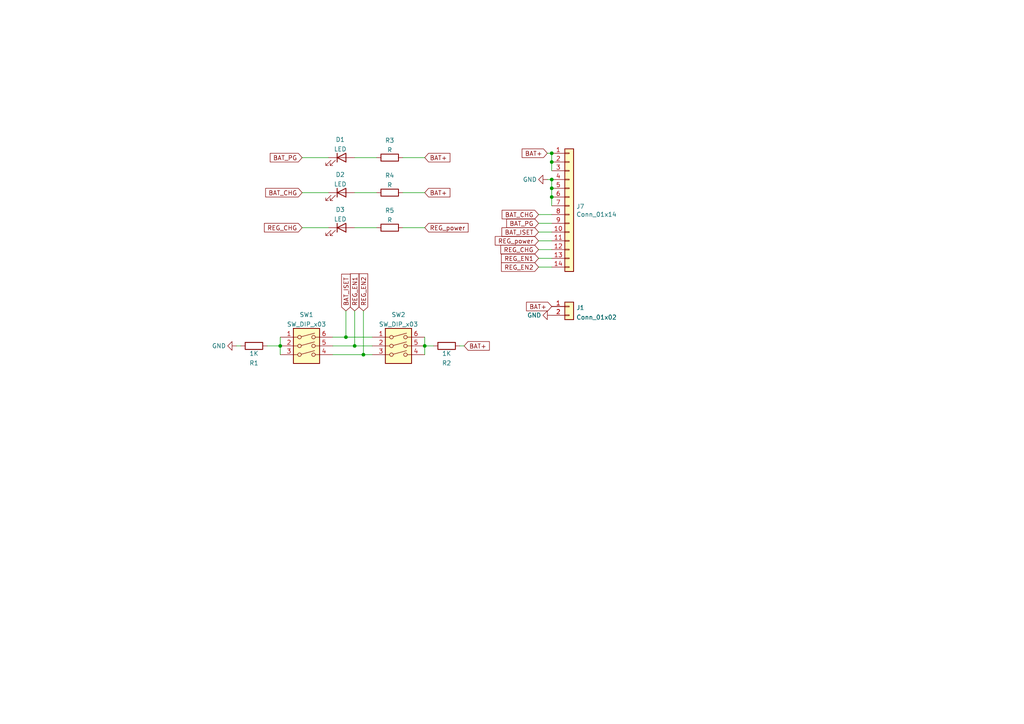
<source format=kicad_sch>
(kicad_sch (version 20210621) (generator eeschema)
  (paper "A4")
  (lib_symbols
    (symbol "Connector_Generic:Conn_01x02" (pin_names (offset 1.016) hide)
      (property "Reference" "J" (at 0 2.54 0))
      (property "Value" "Conn_01x02" (at 0 -5.08 0))
      (symbol "Conn_01x02_1_1"
        (rectangle (start -1.27 -2.413) (end 0 -2.667) (stroke (width 0.1524)))
        (rectangle (start -1.27 0.127) (end 0 -0.127) (stroke (width 0.1524)))
        (rectangle (start -1.27 1.27) (end 1.27 -3.81) (stroke (width 0.254)) (fill (type background)))
        (pin passive line (at -5.08 0 0) (length 3.81) (name "Pin_1") (number "1"))
        (pin passive line (at -5.08 -2.54 0) (length 3.81) (name "Pin_2") (number "2"))
      )
    )
    (symbol "Connector_Generic:Conn_01x14" (pin_names (offset 1.016) hide)
      (property "Reference" "J" (at 0 17.78 0))
      (property "Value" "Conn_01x14" (at 0 -20.32 0))
      (symbol "Conn_01x14_1_1"
        (rectangle (start -1.27 -17.653) (end 0 -17.907) (stroke (width 0.1524)))
        (rectangle (start -1.27 -15.113) (end 0 -15.367) (stroke (width 0.1524)))
        (rectangle (start -1.27 -12.573) (end 0 -12.827) (stroke (width 0.1524)))
        (rectangle (start -1.27 -10.033) (end 0 -10.287) (stroke (width 0.1524)))
        (rectangle (start -1.27 -7.493) (end 0 -7.747) (stroke (width 0.1524)))
        (rectangle (start -1.27 -4.953) (end 0 -5.207) (stroke (width 0.1524)))
        (rectangle (start -1.27 -2.413) (end 0 -2.667) (stroke (width 0.1524)))
        (rectangle (start -1.27 0.127) (end 0 -0.127) (stroke (width 0.1524)))
        (rectangle (start -1.27 2.667) (end 0 2.413) (stroke (width 0.1524)))
        (rectangle (start -1.27 5.207) (end 0 4.953) (stroke (width 0.1524)))
        (rectangle (start -1.27 7.747) (end 0 7.493) (stroke (width 0.1524)))
        (rectangle (start -1.27 10.287) (end 0 10.033) (stroke (width 0.1524)))
        (rectangle (start -1.27 12.827) (end 0 12.573) (stroke (width 0.1524)))
        (rectangle (start -1.27 15.367) (end 0 15.113) (stroke (width 0.1524)))
        (rectangle (start -1.27 16.51) (end 1.27 -19.05) (stroke (width 0.254)) (fill (type background)))
        (pin passive line (at -5.08 15.24 0) (length 3.81) (name "Pin_1") (number "1"))
        (pin passive line (at -5.08 -7.62 0) (length 3.81) (name "Pin_10") (number "10"))
        (pin passive line (at -5.08 -10.16 0) (length 3.81) (name "Pin_11") (number "11"))
        (pin passive line (at -5.08 -12.7 0) (length 3.81) (name "Pin_12") (number "12"))
        (pin passive line (at -5.08 -15.24 0) (length 3.81) (name "Pin_13") (number "13"))
        (pin passive line (at -5.08 -17.78 0) (length 3.81) (name "Pin_14") (number "14"))
        (pin passive line (at -5.08 12.7 0) (length 3.81) (name "Pin_2") (number "2"))
        (pin passive line (at -5.08 10.16 0) (length 3.81) (name "Pin_3") (number "3"))
        (pin passive line (at -5.08 7.62 0) (length 3.81) (name "Pin_4") (number "4"))
        (pin passive line (at -5.08 5.08 0) (length 3.81) (name "Pin_5") (number "5"))
        (pin passive line (at -5.08 2.54 0) (length 3.81) (name "Pin_6") (number "6"))
        (pin passive line (at -5.08 0 0) (length 3.81) (name "Pin_7") (number "7"))
        (pin passive line (at -5.08 -2.54 0) (length 3.81) (name "Pin_8") (number "8"))
        (pin passive line (at -5.08 -5.08 0) (length 3.81) (name "Pin_9") (number "9"))
      )
    )
    (symbol "Device:LED" (pin_numbers hide) (pin_names (offset 1.016) hide)
      (property "Reference" "D" (at 0 2.54 0))
      (property "Value" "LED" (at 0 -2.54 0))
      (symbol "LED_0_1"
        (polyline (pts (xy -1.27 -1.27) (xy -1.27 1.27)) (stroke (width 0.254)))
        (polyline (pts (xy -1.27 0) (xy 1.27 0)))
        (polyline (pts (xy 1.27 -1.27) (xy 1.27 1.27) (xy -1.27 0) (xy 1.27 -1.27)) (stroke (width 0.254)))
        (polyline (pts (xy -3.048 -0.762) (xy -4.572 -2.286) (xy -3.81 -2.286) (xy -4.572 -2.286) (xy -4.572 -1.524)))
        (polyline (pts (xy -1.778 -0.762) (xy -3.302 -2.286) (xy -2.54 -2.286) (xy -3.302 -2.286) (xy -3.302 -1.524)))
      )
      (symbol "LED_1_1"
        (pin passive line (at -3.81 0 0) (length 2.54) (name "K") (number "1"))
        (pin passive line (at 3.81 0 180) (length 2.54) (name "A") (number "2"))
      )
    )
    (symbol "Device:R" (pin_numbers hide) (pin_names (offset 0))
      (property "Reference" "R" (at 2.032 0 90))
      (property "Value" "R" (at 0 0 90))
      (symbol "R_0_1"
        (rectangle (start -1.016 -2.54) (end 1.016 2.54) (stroke (width 0.254)))
      )
      (symbol "R_1_1"
        (pin passive line (at 0 3.81 270) (length 1.27) (name "~") (number "1"))
        (pin passive line (at 0 -3.81 90) (length 1.27) (name "~") (number "2"))
      )
    )
    (symbol "Switch:SW_DIP_x03" (pin_names (offset 0) hide)
      (property "Reference" "SW" (at 0 8.89 0))
      (property "Value" "SW_DIP_x03" (at 0 -3.81 0))
      (symbol "SW_DIP_x03_0_0"
        (circle (center -2.032 0) (radius 0.508))
        (circle (center -2.032 2.54) (radius 0.508))
        (circle (center -2.032 5.08) (radius 0.508))
        (polyline (pts (xy -1.524 0.127) (xy 2.3622 1.1684)))
        (polyline (pts (xy -1.524 2.667) (xy 2.3622 3.7084)))
        (polyline (pts (xy -1.524 5.207) (xy 2.3622 6.2484)))
        (circle (center 2.032 0) (radius 0.508))
        (circle (center 2.032 2.54) (radius 0.508))
        (circle (center 2.032 5.08) (radius 0.508))
      )
      (symbol "SW_DIP_x03_0_1"
        (rectangle (start -3.81 7.62) (end 3.81 -2.54) (stroke (width 0.254)) (fill (type background)))
      )
      (symbol "SW_DIP_x03_1_1"
        (pin passive line (at -7.62 5.08 0) (length 5.08) (name "~") (number "1"))
        (pin passive line (at -7.62 2.54 0) (length 5.08) (name "~") (number "2"))
        (pin passive line (at -7.62 0 0) (length 5.08) (name "~") (number "3"))
        (pin passive line (at 7.62 0 180) (length 5.08) (name "~") (number "4"))
        (pin passive line (at 7.62 2.54 180) (length 5.08) (name "~") (number "5"))
        (pin passive line (at 7.62 5.08 180) (length 5.08) (name "~") (number "6"))
      )
    )
    (symbol "power:GND" (power) (pin_names (offset 0))
      (property "Value" "GND" (at 0 -3.81 0))
      (symbol "GND_0_1"
        (polyline (pts (xy 0 0) (xy 0 -1.27) (xy 1.27 -1.27) (xy 0 -2.54) (xy -1.27 -1.27) (xy 0 -1.27)))
      )
      (symbol "GND_1_1"
        (pin power_in line (at 0 0 270) (length 0) hide (name "GND") (number "1"))
      )
    )
  )
  (junction (at 81.28 100.33))
  (junction (at 100.33 97.79))
  (junction (at 102.87 100.33))
  (junction (at 105.41 102.87))
  (junction (at 123.19 100.33))
  (junction (at 160.02 44.45))
  (junction (at 160.02 46.99))
  (junction (at 160.02 52.07))
  (junction (at 160.02 54.61))
  (junction (at 160.02 57.15))
  (wire (pts (xy 69.85 100.33) (xy 68.58 100.33)))
  (wire (pts (xy 77.47 100.33) (xy 81.28 100.33)))
  (wire (pts (xy 81.28 97.79) (xy 81.28 100.33)))
  (wire (pts (xy 81.28 100.33) (xy 81.28 102.87)))
  (wire (pts (xy 87.63 45.72) (xy 95.25 45.72)))
  (wire (pts (xy 87.63 55.88) (xy 95.25 55.88)))
  (wire (pts (xy 87.63 66.04) (xy 95.25 66.04)))
  (wire (pts (xy 96.52 97.79) (xy 100.33 97.79)))
  (wire (pts (xy 96.52 100.33) (xy 102.87 100.33)))
  (wire (pts (xy 96.52 102.87) (xy 105.41 102.87)))
  (wire (pts (xy 100.33 90.17) (xy 100.33 97.79)))
  (wire (pts (xy 100.33 97.79) (xy 107.95 97.79)))
  (wire (pts (xy 102.87 45.72) (xy 109.22 45.72)))
  (wire (pts (xy 102.87 55.88) (xy 109.22 55.88)))
  (wire (pts (xy 102.87 66.04) (xy 109.22 66.04)))
  (wire (pts (xy 102.87 90.17) (xy 102.87 100.33)))
  (wire (pts (xy 102.87 100.33) (xy 107.95 100.33)))
  (wire (pts (xy 105.41 90.17) (xy 105.41 102.87)))
  (wire (pts (xy 105.41 102.87) (xy 107.95 102.87)))
  (wire (pts (xy 116.84 45.72) (xy 123.19 45.72)))
  (wire (pts (xy 116.84 55.88) (xy 123.19 55.88)))
  (wire (pts (xy 116.84 66.04) (xy 123.19 66.04)))
  (wire (pts (xy 123.19 97.79) (xy 123.19 100.33)))
  (wire (pts (xy 123.19 100.33) (xy 123.19 102.87)))
  (wire (pts (xy 123.19 100.33) (xy 125.73 100.33)))
  (wire (pts (xy 133.35 100.33) (xy 134.62 100.33)))
  (wire (pts (xy 156.21 67.31) (xy 160.02 67.31)))
  (wire (pts (xy 158.75 52.07) (xy 160.02 52.07)))
  (wire (pts (xy 160.02 44.45) (xy 158.75 44.45)))
  (wire (pts (xy 160.02 44.45) (xy 160.02 46.99)))
  (wire (pts (xy 160.02 46.99) (xy 160.02 49.53)))
  (wire (pts (xy 160.02 52.07) (xy 160.02 54.61)))
  (wire (pts (xy 160.02 54.61) (xy 160.02 57.15)))
  (wire (pts (xy 160.02 57.15) (xy 160.02 59.69)))
  (wire (pts (xy 160.02 62.23) (xy 156.21 62.23)))
  (wire (pts (xy 160.02 64.77) (xy 156.21 64.77)))
  (wire (pts (xy 160.02 69.85) (xy 156.21 69.85)))
  (wire (pts (xy 160.02 72.39) (xy 156.21 72.39)))
  (wire (pts (xy 160.02 74.93) (xy 156.21 74.93)))
  (wire (pts (xy 160.02 77.47) (xy 156.21 77.47)))
  (global_label "BAT_PG" (shape input) (at 87.63 45.72 180) (property "Intersheet References" "${INTERSHEET_REFS}" (effects hide)))
  (global_label "BAT_CHG" (shape input) (at 87.63 55.88 180) (property "Intersheet References" "${INTERSHEET_REFS}" (effects hide)))
  (global_label "REG_CHG" (shape input) (at 87.63 66.04 180) (property "Intersheet References" "${INTERSHEET_REFS}" (effects hide)))
  (global_label "BAT_ISET" (shape input) (at 100.33 90.17 90) (property "Intersheet References" "${INTERSHEET_REFS}" (effects hide)))
  (global_label "REG_EN1" (shape input) (at 102.87 90.17 90) (property "Intersheet References" "${INTERSHEET_REFS}" (effects hide)))
  (global_label "REG_EN2" (shape input) (at 105.41 90.17 90) (property "Intersheet References" "${INTERSHEET_REFS}" (effects hide)))
  (global_label "BAT+" (shape input) (at 123.19 45.72 0) (property "Intersheet References" "${INTERSHEET_REFS}" (effects hide)))
  (global_label "BAT+" (shape input) (at 123.19 55.88 0) (property "Intersheet References" "${INTERSHEET_REFS}" (effects hide)))
  (global_label "REG_power" (shape input) (at 123.19 66.04 0) (property "Intersheet References" "${INTERSHEET_REFS}" (effects hide)))
  (global_label "BAT+" (shape input) (at 134.62 100.33 0) (property "Intersheet References" "${INTERSHEET_REFS}" (effects hide)))
  (global_label "BAT_CHG" (shape input) (at 156.21 62.23 180) (property "Intersheet References" "${INTERSHEET_REFS}" (effects hide)))
  (global_label "BAT_PG" (shape input) (at 156.21 64.77 180) (property "Intersheet References" "${INTERSHEET_REFS}" (effects hide)))
  (global_label "BAT_ISET" (shape input) (at 156.21 67.31 180) (property "Intersheet References" "${INTERSHEET_REFS}" (effects hide)))
  (global_label "REG_power" (shape input) (at 156.21 69.85 180) (property "Intersheet References" "${INTERSHEET_REFS}" (effects hide)))
  (global_label "REG_CHG" (shape input) (at 156.21 72.39 180) (property "Intersheet References" "${INTERSHEET_REFS}" (effects hide)))
  (global_label "REG_EN1" (shape input) (at 156.21 74.93 180) (property "Intersheet References" "${INTERSHEET_REFS}" (effects hide)))
  (global_label "REG_EN2" (shape input) (at 156.21 77.47 180) (property "Intersheet References" "${INTERSHEET_REFS}" (effects hide)))
  (global_label "BAT+" (shape input) (at 158.75 44.45 180) (property "Intersheet References" "${INTERSHEET_REFS}" (effects hide)))
  (global_label "BAT+" (shape input) (at 160.02 88.9 180) (property "Intersheet References" "${INTERSHEET_REFS}" (effects hide)))
  (symbol (lib_id "power:GND") (at 68.58 100.33 270) (unit 1)
    (property "Reference" "#PWR0102" (effects hide))
    (property "Value" "GND" (at 63.5 100.33 90))
  )
  (symbol (lib_id "power:GND") (at 158.75 52.07 270) (unit 1)
    (property "Reference" "#PWR0101" (effects hide))
    (property "Value" "GND" (at 153.67 52.07 90))
  )
  (symbol (lib_id "power:GND") (at 160.02 91.44 270) (unit 1)
    (property "Reference" "#PWR0103" (effects hide))
    (property "Value" "GND" (at 154.94 91.44 90))
  )
  (symbol (lib_id "Device:R") (at 73.66 100.33 270) (unit 1)
    (property "Reference" "R1" (at 73.66 105.3125 90))
    (property "Value" "1K" (at 73.66 102.5374 90))
    (property "Footprint" "Resistor_SMD:R_0402_1005Metric_Pad0.72x0.64mm_HandSolder" (effects hide))
  )
  (symbol (lib_id "Device:R") (at 113.03 45.72 90) (unit 1)
    (property "Reference" "R3" (at 113.03 40.7375 90))
    (property "Value" "R" (at 113.03 43.5126 90))
    (property "Footprint" "Resistor_SMD:R_0402_1005Metric_Pad0.72x0.64mm_HandSolder" (effects hide))
  )
  (symbol (lib_id "Device:R") (at 113.03 55.88 90) (unit 1)
    (property "Reference" "R4" (at 113.03 50.8975 90))
    (property "Value" "R" (at 113.03 53.6726 90))
    (property "Footprint" "Resistor_SMD:R_0402_1005Metric_Pad0.72x0.64mm_HandSolder" (effects hide))
  )
  (symbol (lib_id "Device:R") (at 113.03 66.04 90) (unit 1)
    (property "Reference" "R5" (at 113.03 61.0575 90))
    (property "Value" "R" (at 113.03 63.8326 90))
    (property "Footprint" "Resistor_SMD:R_0402_1005Metric_Pad0.72x0.64mm_HandSolder" (effects hide))
  )
  (symbol (lib_id "Device:R") (at 129.54 100.33 270) (unit 1)
    (property "Reference" "R2" (at 129.54 105.3125 90))
    (property "Value" "1K" (at 129.54 102.5374 90))
    (property "Footprint" "Resistor_SMD:R_0402_1005Metric_Pad0.72x0.64mm_HandSolder" (effects hide))
  )
  (symbol (lib_id "Device:LED") (at 99.06 45.72 0) (unit 1)
    (property "Reference" "D1" (at 98.679 40.4835 0))
    (property "Value" "LED" (at 98.679 43.2586 0))
    (property "Footprint" "LED_SMD:LED_0402_1005Metric" (effects hide))
  )
  (symbol (lib_id "Device:LED") (at 99.06 55.88 0) (unit 1)
    (property "Reference" "D2" (at 98.679 50.6435 0))
    (property "Value" "LED" (at 98.679 53.4186 0))
    (property "Footprint" "LED_SMD:LED_0402_1005Metric" (effects hide))
  )
  (symbol (lib_id "Device:LED") (at 99.06 66.04 0) (unit 1)
    (property "Reference" "D3" (at 98.679 60.8035 0))
    (property "Value" "LED" (at 98.679 63.5786 0))
    (property "Footprint" "LED_SMD:LED_0402_1005Metric" (effects hide))
  )
  (symbol (lib_id "Connector_Generic:Conn_01x02") (at 165.1 88.9 0) (unit 1)
    (property "Reference" "J1" (at 167.1319 89.2615 0) (effects (justify left)))
    (property "Value" "Conn_01x02" (at 167.1319 92.0366 0) (effects (justify left)))
    (property "Footprint" "Connector_PinHeader_2.54mm:PinHeader_1x02_P2.54mm_Vertical" (effects hide))
  )
  (symbol (lib_id "Switch:SW_DIP_x03") (at 88.9 102.87 0) (unit 1)
    (property "Reference" "SW1" (at 88.9 91.2835 0))
    (property "Value" "SW_DIP_x03" (at 88.9 94.0586 0))
    (property "Footprint" "Button_Switch_SMD:SW_DIP_SPSTx03_Slide_KingTek_DSHP03TS_W7.62mm_P1.27mm" (effects hide))
  )
  (symbol (lib_id "Switch:SW_DIP_x03") (at 115.57 102.87 0) (unit 1)
    (property "Reference" "SW2" (at 115.57 91.2835 0))
    (property "Value" "SW_DIP_x03" (at 115.57 94.0586 0))
    (property "Footprint" "Button_Switch_SMD:SW_DIP_SPSTx03_Slide_KingTek_DSHP03TS_W7.62mm_P1.27mm" (effects hide))
  )
  (symbol (lib_id "Connector_Generic:Conn_01x14") (at 165.1 59.69 0) (unit 1)
    (property "Reference" "J7" (at 167.132 59.8932 0) (effects (justify left)))
    (property "Value" "Conn_01x14" (at 167.132 62.2046 0) (effects (justify left)))
    (property "Footprint" "Connector_FFC-FPC:Hirose_FH12-14S-0.5SH_1x14-1MP_P0.50mm_Horizontal" (effects hide))
  )
)
</source>
